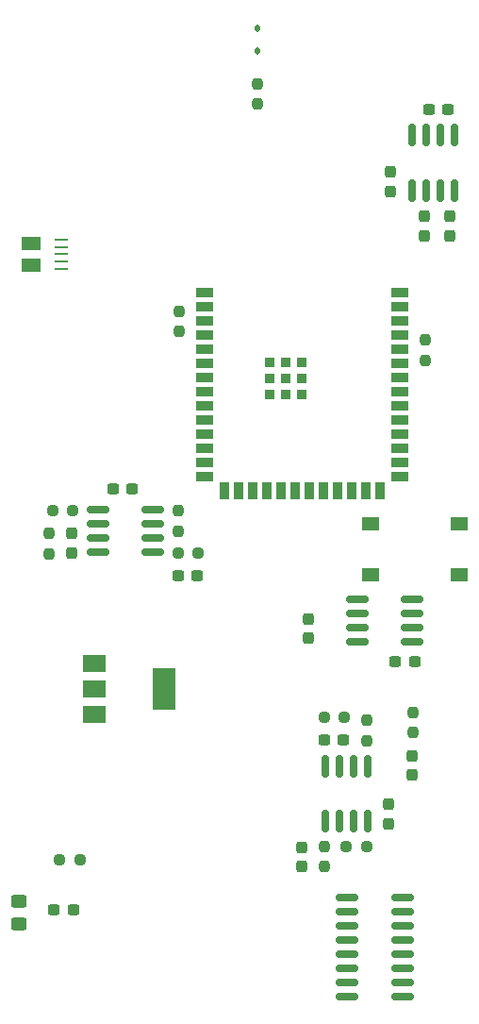
<source format=gbr>
G04 #@! TF.GenerationSoftware,KiCad,Pcbnew,7.0.9*
G04 #@! TF.CreationDate,2023-11-26T15:03:03-05:00*
G04 #@! TF.ProjectId,ESP32_AudioBoard_Rev3,45535033-325f-4417-9564-696f426f6172,rev?*
G04 #@! TF.SameCoordinates,Original*
G04 #@! TF.FileFunction,Paste,Top*
G04 #@! TF.FilePolarity,Positive*
%FSLAX46Y46*%
G04 Gerber Fmt 4.6, Leading zero omitted, Abs format (unit mm)*
G04 Created by KiCad (PCBNEW 7.0.9) date 2023-11-26 15:03:03*
%MOMM*%
%LPD*%
G01*
G04 APERTURE LIST*
G04 Aperture macros list*
%AMRoundRect*
0 Rectangle with rounded corners*
0 $1 Rounding radius*
0 $2 $3 $4 $5 $6 $7 $8 $9 X,Y pos of 4 corners*
0 Add a 4 corners polygon primitive as box body*
4,1,4,$2,$3,$4,$5,$6,$7,$8,$9,$2,$3,0*
0 Add four circle primitives for the rounded corners*
1,1,$1+$1,$2,$3*
1,1,$1+$1,$4,$5*
1,1,$1+$1,$6,$7*
1,1,$1+$1,$8,$9*
0 Add four rect primitives between the rounded corners*
20,1,$1+$1,$2,$3,$4,$5,0*
20,1,$1+$1,$4,$5,$6,$7,0*
20,1,$1+$1,$6,$7,$8,$9,0*
20,1,$1+$1,$8,$9,$2,$3,0*%
G04 Aperture macros list end*
%ADD10RoundRect,0.237500X-0.300000X-0.237500X0.300000X-0.237500X0.300000X0.237500X-0.300000X0.237500X0*%
%ADD11RoundRect,0.237500X-0.237500X0.300000X-0.237500X-0.300000X0.237500X-0.300000X0.237500X0.300000X0*%
%ADD12RoundRect,0.150000X-0.150000X0.825000X-0.150000X-0.825000X0.150000X-0.825000X0.150000X0.825000X0*%
%ADD13RoundRect,0.237500X0.300000X0.237500X-0.300000X0.237500X-0.300000X-0.237500X0.300000X-0.237500X0*%
%ADD14RoundRect,0.237500X0.237500X-0.300000X0.237500X0.300000X-0.237500X0.300000X-0.237500X-0.300000X0*%
%ADD15R,2.000000X1.500000*%
%ADD16R,2.000000X3.800000*%
%ADD17RoundRect,0.237500X-0.250000X-0.237500X0.250000X-0.237500X0.250000X0.237500X-0.250000X0.237500X0*%
%ADD18RoundRect,0.237500X0.237500X-0.250000X0.237500X0.250000X-0.237500X0.250000X-0.237500X-0.250000X0*%
%ADD19RoundRect,0.150000X-0.825000X-0.150000X0.825000X-0.150000X0.825000X0.150000X-0.825000X0.150000X0*%
%ADD20RoundRect,0.237500X0.250000X0.237500X-0.250000X0.237500X-0.250000X-0.237500X0.250000X-0.237500X0*%
%ADD21R,1.500000X0.900000*%
%ADD22R,0.900000X1.500000*%
%ADD23R,0.900000X0.900000*%
%ADD24RoundRect,0.237500X-0.237500X0.250000X-0.237500X-0.250000X0.237500X-0.250000X0.237500X0.250000X0*%
%ADD25R,1.550000X1.300000*%
%ADD26R,1.150000X0.200000*%
%ADD27R,1.700000X1.300000*%
%ADD28RoundRect,0.250000X0.450000X-0.325000X0.450000X0.325000X-0.450000X0.325000X-0.450000X-0.325000X0*%
%ADD29RoundRect,0.112500X0.112500X-0.187500X0.112500X0.187500X-0.112500X0.187500X-0.112500X-0.187500X0*%
G04 APERTURE END LIST*
D10*
X26230393Y-71561839D03*
X27955393Y-71561839D03*
D11*
X37365003Y-95960001D03*
X37365003Y-97685001D03*
D12*
X43295003Y-88660002D03*
X42025003Y-88660002D03*
X40755003Y-88660002D03*
X39485003Y-88660002D03*
X39485003Y-93610002D03*
X40755003Y-93610002D03*
X42025003Y-93610002D03*
X43295003Y-93610002D03*
D13*
X16830000Y-101530000D03*
X15105000Y-101530000D03*
D14*
X16715393Y-69536839D03*
X16715393Y-67811839D03*
D15*
X18680000Y-79420000D03*
X18680000Y-81720000D03*
X18680000Y-84020000D03*
D16*
X24980000Y-81720000D03*
D12*
X51085000Y-32055000D03*
X49815000Y-32055000D03*
X48545000Y-32055000D03*
X47275000Y-32055000D03*
X47275000Y-37005000D03*
X48545000Y-37005000D03*
X49815000Y-37005000D03*
X51085000Y-37005000D03*
D17*
X26212893Y-69561839D03*
X28037893Y-69561839D03*
D18*
X26245393Y-67604339D03*
X26245393Y-65779339D03*
X48400000Y-52242500D03*
X48400000Y-50417500D03*
D11*
X48360000Y-39360000D03*
X48360000Y-41085000D03*
D19*
X19030393Y-65626839D03*
X19030393Y-66896839D03*
X19030393Y-68166839D03*
X19030393Y-69436839D03*
X23980393Y-69436839D03*
X23980393Y-68166839D03*
X23980393Y-66896839D03*
X23980393Y-65626839D03*
X42300000Y-73670000D03*
X42300000Y-74940000D03*
X42300000Y-76210000D03*
X42300000Y-77480000D03*
X47250000Y-77480000D03*
X47250000Y-76210000D03*
X47250000Y-74940000D03*
X47250000Y-73670000D03*
D18*
X47290000Y-85672500D03*
X47290000Y-83847500D03*
D20*
X41172500Y-84320000D03*
X39347500Y-84320000D03*
D10*
X45737500Y-79320000D03*
X47462500Y-79320000D03*
D14*
X47280000Y-89450000D03*
X47280000Y-87725000D03*
D21*
X28650000Y-46170000D03*
X28650000Y-47440000D03*
X28650000Y-48710000D03*
X28650000Y-49980000D03*
X28650000Y-51250000D03*
X28650000Y-52520000D03*
X28650000Y-53790000D03*
X28650000Y-55060000D03*
X28650000Y-56330000D03*
X28650000Y-57600000D03*
X28650000Y-58870000D03*
X28650000Y-60140000D03*
X28650000Y-61410000D03*
X28650000Y-62680000D03*
D22*
X30415000Y-63930000D03*
X31685000Y-63930000D03*
X32955000Y-63930000D03*
X34225000Y-63930000D03*
X35495000Y-63930000D03*
X36765000Y-63930000D03*
X38035000Y-63930000D03*
X39305000Y-63930000D03*
X40575000Y-63930000D03*
X41845000Y-63930000D03*
X43115000Y-63930000D03*
X44385000Y-63930000D03*
D21*
X46150000Y-62680000D03*
X46150000Y-61410000D03*
X46150000Y-60140000D03*
X46150000Y-58870000D03*
X46150000Y-57600000D03*
X46150000Y-56330000D03*
X46150000Y-55060000D03*
X46150000Y-53790000D03*
X46150000Y-52520000D03*
X46150000Y-51250000D03*
X46150000Y-49980000D03*
X46150000Y-48710000D03*
X46150000Y-47440000D03*
X46150000Y-46170000D03*
D23*
X34500000Y-52490000D03*
X34500000Y-53890000D03*
X34500000Y-55290000D03*
X34500000Y-55290000D03*
X35900000Y-52490000D03*
X35900000Y-52490000D03*
X35900000Y-53890000D03*
X35900000Y-55290000D03*
X37300000Y-52490000D03*
X37300000Y-53890000D03*
X37300000Y-55290000D03*
D17*
X41322502Y-95880000D03*
X43147502Y-95880000D03*
D11*
X45260000Y-35360000D03*
X45260000Y-37085000D03*
D24*
X14610000Y-67817500D03*
X14610000Y-69642500D03*
D19*
X41425000Y-100425000D03*
X41425000Y-101695000D03*
X41425000Y-102965000D03*
X41425000Y-104235000D03*
X41425000Y-105505000D03*
X41425000Y-106775000D03*
X41425000Y-108045000D03*
X41425000Y-109315000D03*
X46375000Y-109315000D03*
X46375000Y-108045000D03*
X46375000Y-106775000D03*
X46375000Y-105505000D03*
X46375000Y-104235000D03*
X46375000Y-102965000D03*
X46375000Y-101695000D03*
X46375000Y-100425000D03*
D24*
X39365001Y-95867502D03*
X39365001Y-97692502D03*
D11*
X50620000Y-39347500D03*
X50620000Y-41072500D03*
D10*
X48770000Y-29750000D03*
X50495000Y-29750000D03*
X20410000Y-63770000D03*
X22135000Y-63770000D03*
D18*
X33330000Y-29292500D03*
X33330000Y-27467500D03*
X43155001Y-86382501D03*
X43155001Y-84557501D03*
D25*
X51475000Y-71460000D03*
X43525000Y-71460000D03*
X51475000Y-66960000D03*
X43525000Y-66960000D03*
D26*
X15770000Y-41450000D03*
X15770000Y-42100000D03*
X15770000Y-42750000D03*
X15770000Y-43400000D03*
X15770000Y-44050000D03*
D27*
X13070000Y-41750000D03*
X13070000Y-43750000D03*
D20*
X16777893Y-65771839D03*
X14952893Y-65771839D03*
D28*
X11969998Y-102869999D03*
X11969998Y-100819999D03*
D14*
X45145001Y-93812500D03*
X45145001Y-92087500D03*
D10*
X39360000Y-86340001D03*
X41085000Y-86340001D03*
D24*
X26340000Y-47857500D03*
X26340000Y-49682500D03*
D14*
X37970000Y-77172500D03*
X37970000Y-75447500D03*
D17*
X15577500Y-97110000D03*
X17402500Y-97110000D03*
D29*
X33330000Y-24537500D03*
X33330000Y-22437500D03*
M02*

</source>
